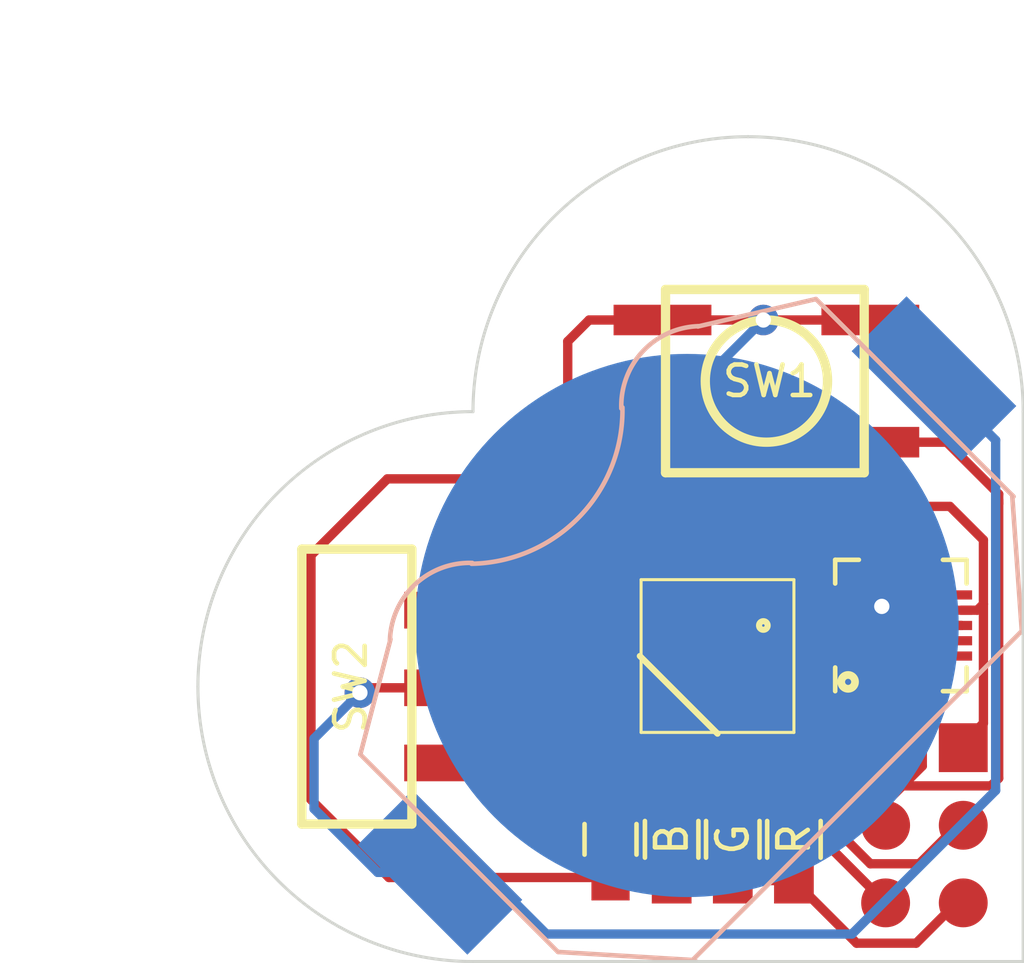
<source format=kicad_pcb>
(kicad_pcb (version 4) (host pcbnew 4.0.4-stable)

  (general
    (links 29)
    (no_connects 0)
    (area 191.769999 76.199999 218.870001 103.300001)
    (thickness 1.6)
    (drawings 9)
    (tracks 119)
    (zones 0)
    (modules 11)
    (nets 13)
  )

  (page USLetter)
  (layers
    (0 F.Cu signal)
    (31 B.Cu signal)
    (34 B.Paste user)
    (35 F.Paste user)
    (36 B.SilkS user)
    (37 F.SilkS user)
    (38 B.Mask user)
    (39 F.Mask user)
    (40 Dwgs.User user hide)
    (44 Edge.Cuts user)
  )

  (setup
    (last_trace_width 0.3048)
    (user_trace_width 0.254)
    (user_trace_width 0.3048)
    (user_trace_width 0.4064)
    (user_trace_width 0.6096)
    (user_trace_width 2.032)
    (trace_clearance 0.1524)
    (zone_clearance 0.508)
    (zone_45_only no)
    (trace_min 0.1524)
    (segment_width 0.254)
    (edge_width 0.1)
    (via_size 0.6858)
    (via_drill 0.3302)
    (via_min_size 0.6858)
    (via_min_drill 0.3302)
    (user_via 1 0.5)
    (uvia_size 0.762)
    (uvia_drill 0.508)
    (uvias_allowed no)
    (uvia_min_size 0.508)
    (uvia_min_drill 0.127)
    (pcb_text_width 0.3)
    (pcb_text_size 1.5 1.5)
    (mod_edge_width 0.15)
    (mod_text_size 1 1)
    (mod_text_width 0.15)
    (pad_size 2 2)
    (pad_drill 2)
    (pad_to_mask_clearance 0)
    (aux_axis_origin 0 0)
    (grid_origin 210.82 95.25)
    (visible_elements 7FFFFFFF)
    (pcbplotparams
      (layerselection 0x010f0_80000001)
      (usegerberextensions true)
      (excludeedgelayer true)
      (linewidth 0.100000)
      (plotframeref false)
      (viasonmask false)
      (mode 1)
      (useauxorigin false)
      (hpglpennumber 1)
      (hpglpenspeed 20)
      (hpglpendiameter 15)
      (hpglpenoverlay 2)
      (psnegative false)
      (psa4output false)
      (plotreference true)
      (plotvalue true)
      (plotinvisibletext false)
      (padsonsilk false)
      (subtractmaskfromsilk false)
      (outputformat 1)
      (mirror false)
      (drillshape 0)
      (scaleselection 1)
      (outputdirectory gerbers/))
  )

  (net 0 "")
  (net 1 GND)
  (net 2 +BATT)
  (net 3 "Net-(D1-Pad5)")
  (net 4 "Net-(D1-Pad6)")
  (net 5 "Net-(D1-Pad3)")
  (net 6 "Net-(BT1-Pad1)")
  (net 7 "Net-(CON1-Pad1)")
  (net 8 "Net-(CON1-Pad3)")
  (net 9 "Net-(CON1-Pad4)")
  (net 10 "Net-(CON1-Pad5)")
  (net 11 "Net-(D1-Pad1)")
  (net 12 "Net-(D1-Pad2)")

  (net_class Default "This is the default net class."
    (clearance 0.1524)
    (trace_width 0.1524)
    (via_dia 0.6858)
    (via_drill 0.3302)
    (uvia_dia 0.762)
    (uvia_drill 0.508)
    (add_net +BATT)
    (add_net GND)
    (add_net "Net-(BT1-Pad1)")
    (add_net "Net-(CON1-Pad1)")
    (add_net "Net-(CON1-Pad3)")
    (add_net "Net-(CON1-Pad4)")
    (add_net "Net-(CON1-Pad5)")
    (add_net "Net-(D1-Pad1)")
    (add_net "Net-(D1-Pad2)")
    (add_net "Net-(D1-Pad3)")
    (add_net "Net-(D1-Pad5)")
    (add_net "Net-(D1-Pad6)")
  )

  (module LED_RGB_QBLP679E (layer F.Cu) (tedit 58615818) (tstamp 56ECCC30)
    (at 208.82 93.25 270)
    (descr "RGB LED PLLC-6")
    (tags "RGB LED PLLC-6")
    (path /56ECDC4D)
    (attr smd)
    (fp_text reference D1 (at 0 -1.4 270) (layer F.SilkS) hide
      (effects (font (size 1 1) (thickness 0.15)))
    )
    (fp_text value LED_RGB (at 0 2 270) (layer F.Fab) hide
      (effects (font (size 0.5 0.5) (thickness 0.125)))
    )
    (fp_line (start 2.54 0) (end 0 2.54) (layer F.SilkS) (width 0.2032))
    (fp_text user QBLP679E (at 0 2.7 270) (layer F.Fab) hide
      (effects (font (size 0.2 0.2) (thickness 0.05)))
    )
    (fp_circle (center -1 -1.5) (end -1.1 -1.6) (layer F.SilkS) (width 0.2))
    (fp_line (start -2.5 -2.5) (end 2.5 -2.5) (layer F.SilkS) (width 0.1))
    (fp_line (start 2.5 -2.5) (end 2.5 2.5) (layer F.SilkS) (width 0.1))
    (fp_line (start 2.5 2.5) (end -2.5 2.5) (layer F.SilkS) (width 0.1))
    (fp_line (start -2.5 2.5) (end -2.5 -2.5) (layer F.SilkS) (width 0.1))
    (pad 4 smd rect (at -2.1 -1.5) (size 1 1.5) (layers F.Cu F.Paste F.Mask)
      (net 9 "Net-(CON1-Pad4)"))
    (pad 5 smd rect (at -2.1 0) (size 1 1.5) (layers F.Cu F.Paste F.Mask)
      (net 3 "Net-(D1-Pad5)"))
    (pad 6 smd rect (at -2.1 1.5) (size 1 1.5) (layers F.Cu F.Paste F.Mask)
      (net 4 "Net-(D1-Pad6)"))
    (pad 1 smd rect (at 2 1.5) (size 1 1.5) (layers F.Cu F.Paste F.Mask)
      (net 11 "Net-(D1-Pad1)"))
    (pad 2 smd rect (at 2 0) (size 1 1.5) (layers F.Cu F.Paste F.Mask)
      (net 12 "Net-(D1-Pad2)"))
    (pad 3 smd rect (at 2 -1.5) (size 1 1.5) (layers F.Cu F.Paste F.Mask)
      (net 5 "Net-(D1-Pad3)"))
  )

  (module SW_SMD_PUSH (layer F.Cu) (tedit 586155F4) (tstamp 586092D3)
    (at 213.82 86.25 180)
    (descr "Through hole pin header")
    (tags "pin header")
    (path /58609F3B)
    (fp_text reference SW1 (at 3.3 2 180) (layer F.SilkS)
      (effects (font (size 1 1) (thickness 0.15)))
    )
    (fp_text value SW_PUSH (at 3 2 180) (layer F.Fab)
      (effects (font (size 1 1) (thickness 0.15)))
    )
    (fp_circle (center 3.4 2) (end 3.4 0) (layer F.SilkS) (width 0.3048))
    (fp_line (start 6.7 5) (end 6.7 -1) (layer F.SilkS) (width 0.3048))
    (fp_line (start 0.2 -1) (end 0.2 5) (layer F.SilkS) (width 0.3048))
    (fp_line (start 0.2 5) (end 6.7 5) (layer F.SilkS) (width 0.3048))
    (fp_line (start 0.2 -1) (end 6.7 -1) (layer F.SilkS) (width 0.3048))
    (fp_line (start -1.75 -1.75) (end -1.75 14.45) (layer F.CrtYd) (width 0.05))
    (fp_line (start 4.3 -1.75) (end 4.3 14.45) (layer F.CrtYd) (width 0.05))
    (fp_line (start -1.75 -1.75) (end 4.3 -1.75) (layer F.CrtYd) (width 0.05))
    (fp_line (start -1.75 14.45) (end 4.3 14.45) (layer F.CrtYd) (width 0.05))
    (pad 2 smd rect (at 6.8 4 180) (size 3.2 1) (layers F.Cu F.Paste F.Mask)
      (net 1 GND))
    (pad 1 smd rect (at 6.8 0 180) (size 3.2 1) (layers F.Cu F.Paste F.Mask)
      (net 8 "Net-(CON1-Pad3)"))
    (pad 1 smd rect (at 0 0 180) (size 3.2 1) (layers F.Cu F.Paste F.Mask)
      (net 8 "Net-(CON1-Pad3)"))
    (pad 2 smd rect (at 0 4 180) (size 3.2 1) (layers F.Cu F.Paste F.Mask)
      (net 1 GND))
  )

  (module myFootPrints:BATT_CR2032_SMD (layer B.Cu) (tedit 56CFB5D2) (tstamp 586093B2)
    (at 207.82 92.25 45)
    (tags battery)
    (path /56CFA61E)
    (fp_text reference BT1 (at 0 -5.08 45) (layer B.SilkS) hide
      (effects (font (size 1.72974 1.08712) (thickness 0.27178)) (justify mirror))
    )
    (fp_text value Battery (at 0 2.54 45) (layer B.SilkS) hide
      (effects (font (size 1.524 1.016) (thickness 0.254)) (justify mirror))
    )
    (fp_line (start -7.1755 -6.5405) (end -10.541 -4.572) (layer B.SilkS) (width 0.15))
    (fp_line (start 7.1755 -6.6675) (end 10.541 -4.572) (layer B.SilkS) (width 0.15))
    (fp_arc (start -5.4229 -4.6355) (end -3.5179 -6.4135) (angle -90) (layer B.SilkS) (width 0.15))
    (fp_arc (start 5.4102 -4.7625) (end 7.1882 -6.6675) (angle -90) (layer B.SilkS) (width 0.15))
    (fp_arc (start -0.0635 -10.033) (end -3.556 -6.4135) (angle -90) (layer B.SilkS) (width 0.15))
    (fp_line (start 7.62 7.874) (end 10.541 4.5085) (layer B.SilkS) (width 0.15))
    (fp_line (start -10.541 4.572) (end -7.5565 7.9375) (layer B.SilkS) (width 0.15))
    (fp_line (start -7.62 7.874) (end 7.62 7.874) (layer B.SilkS) (width 0.15))
    (fp_line (start -10.541 -4.572) (end -10.541 4.572) (layer B.SilkS) (width 0.15))
    (fp_line (start 10.541 -4.572) (end 10.541 4.572) (layer B.SilkS) (width 0.15))
    (fp_circle (center 0 0) (end -10.16 0) (layer Dwgs.User) (width 0.15))
    (pad 2 smd circle (at 0 0 45) (size 17.78 17.78) (layers B.Cu B.Paste B.Mask)
      (net 1 GND))
    (pad 1 smd rect (at -11.43 0 45) (size 2.54 5.08) (layers B.Cu B.Paste B.Mask)
      (net 6 "Net-(BT1-Pad1)"))
    (pad 1 smd rect (at 11.43 0 45) (size 2.54 5.08) (layers B.Cu B.Paste B.Mask)
      (net 6 "Net-(BT1-Pad1)"))
  )

  (module SPST_SMD (layer F.Cu) (tedit 5860A656) (tstamp 586092E3)
    (at 199.82 94.25 270)
    (descr "Through hole pin header")
    (tags "pin header")
    (path /5860A0CD)
    (fp_text reference SW2 (at 0 3 270) (layer F.SilkS)
      (effects (font (size 1 1) (thickness 0.15)))
    )
    (fp_text value SPST (at 0.1 0 270) (layer F.Fab)
      (effects (font (size 1 1) (thickness 0.15)))
    )
    (fp_line (start -4.5 4.6) (end 4.5 4.6) (layer F.SilkS) (width 0.3048))
    (fp_line (start 4.5 1) (end 4.5 4.6) (layer F.SilkS) (width 0.3048))
    (fp_line (start -4.5 1) (end -4.5 4.6) (layer F.SilkS) (width 0.3048))
    (fp_line (start -4.5 1) (end 4.5 1) (layer F.SilkS) (width 0.3048))
    (fp_text user JS102011SAQN (at 0 1.7 270) (layer F.Fab)
      (effects (font (size 0.8 0.8) (thickness 0.1)))
    )
    (fp_line (start -1.75 14.45) (end 4.3 14.45) (layer F.CrtYd) (width 0.05))
    (pad "" np_thru_hole circle (at 3.4 2.75 270) (size 0.9 0.9) (drill 0.9) (layers *.Cu *.Mask))
    (pad 1 smd rect (at -2.5 0 270) (size 1.2 2.5) (layers F.Cu F.Paste F.Mask)
      (net 2 +BATT))
    (pad 2 smd rect (at 0.04 0 270) (size 1.2 2.5) (layers F.Cu F.Paste F.Mask)
      (net 6 "Net-(BT1-Pad1)"))
    (pad 3 smd rect (at 2.5 0 270) (size 1.2 2.5) (layers F.Cu F.Paste F.Mask))
    (pad "" np_thru_hole circle (at -3.4 2.75 270) (size 0.9 0.9) (drill 0.9) (layers *.Cu *.Mask))
  )

  (module Pin_Headers:Pin_Header_Straight_1x01 (layer F.Cu) (tedit 5860ABEB) (tstamp 5860AB5B)
    (at 208.32 78.25)
    (descr "Through hole pin header")
    (tags "pin header")
    (path /5860AE9A)
    (fp_text reference P1 (at -0.6 -0.5) (layer F.SilkS) hide
      (effects (font (size 0.127 0.127) (thickness 0.03175)))
    )
    (fp_text value CONN_01X01 (at 0 0.9) (layer F.Fab)
      (effects (font (size 0.127 0.127) (thickness 0.03175)))
    )
    (pad "" np_thru_hole circle (at 0 0) (size 2 2) (drill 2) (layers *.Cu *.Mask))
  )

  (module myFootPrints:AVR-ISP-6 (layer F.Cu) (tedit 5860A6AE) (tstamp 586092C3)
    (at 214.32 96.25)
    (descr "6-lead dip package, row spacing 7.62 mm (300 mils)")
    (tags "dil dip 2.54 300")
    (path /58609061)
    (fp_text reference CON1 (at 0 -2.54) (layer F.SilkS) hide
      (effects (font (size 1 1) (thickness 0.15)))
    )
    (fp_text value AVR-ISP-6 (at 0 -3.72) (layer F.Fab) hide
      (effects (font (size 1 1) (thickness 0.15)))
    )
    (pad 1 smd oval (at 0 0) (size 1.6 1.6) (layers F.Cu F.Paste F.Mask)
      (net 7 "Net-(CON1-Pad1)"))
    (pad 2 smd rect (at 2.54 0) (size 1.6 1.6) (layers F.Cu F.Paste F.Mask)
      (net 2 +BATT))
    (pad 3 smd oval (at 0 2.54) (size 1.6 1.6) (layers F.Cu F.Paste F.Mask)
      (net 8 "Net-(CON1-Pad3)"))
    (pad 4 smd oval (at 2.54 2.54) (size 1.6 1.6) (layers F.Cu F.Paste F.Mask)
      (net 9 "Net-(CON1-Pad4)"))
    (pad 5 smd oval (at 0 5.08) (size 1.6 1.6) (layers F.Cu F.Paste F.Mask)
      (net 10 "Net-(CON1-Pad5)"))
    (pad 6 smd oval (at 2.54 5.08) (size 1.6 1.6) (layers F.Cu F.Paste F.Mask)
      (net 1 GND))
  )

  (module myFootPrints:QFN-20-1EP_4x4mm_Pitch0.5mm (layer F.Cu) (tedit 58614E75) (tstamp 56ECCED5)
    (at 214.82 92.25 90)
    (descr "20-Lead Plastic Quad Flat, No Lead Package (ML) - 4x4x0.9 mm Body [QFN]; (see Microchip Packaging Specification 00000049BS.pdf)")
    (tags "QFN 0.5")
    (path /56ECF26C)
    (attr smd)
    (fp_text reference IC1 (at 0 0 90) (layer F.SilkS) hide
      (effects (font (size 1 1) (thickness 0.15)))
    )
    (fp_text value ATTINY84A-M (at 0 3.33 90) (layer F.Fab) hide
      (effects (font (size 1 1) (thickness 0.15)))
    )
    (fp_line (start -2.6 -2.6) (end -2.6 2.6) (layer F.CrtYd) (width 0.05))
    (fp_line (start 2.6 -2.6) (end 2.6 2.6) (layer F.CrtYd) (width 0.05))
    (fp_line (start -2.6 -2.6) (end 2.6 -2.6) (layer F.CrtYd) (width 0.05))
    (fp_line (start -2.6 2.6) (end 2.6 2.6) (layer F.CrtYd) (width 0.05))
    (fp_line (start 2.15 -2.15) (end 2.15 -1.375) (layer F.SilkS) (width 0.15))
    (fp_line (start -2.15 2.15) (end -2.15 1.375) (layer F.SilkS) (width 0.15))
    (fp_line (start 2.15 2.15) (end 2.15 1.375) (layer F.SilkS) (width 0.15))
    (fp_line (start -2.15 -2.15) (end -1.375 -2.15) (layer F.SilkS) (width 0.15))
    (fp_line (start -2.15 2.15) (end -1.375 2.15) (layer F.SilkS) (width 0.15))
    (fp_line (start 2.15 2.15) (end 1.375 2.15) (layer F.SilkS) (width 0.15))
    (fp_line (start 2.15 -2.15) (end 1.375 -2.15) (layer F.SilkS) (width 0.15))
    (pad 1 smd rect (at -1.965 -1 90) (size 0.73 0.3) (layers F.Cu F.Paste F.Mask)
      (net 8 "Net-(CON1-Pad3)"))
    (pad 2 smd rect (at -1.965 -0.5 90) (size 0.73 0.3) (layers F.Cu F.Paste F.Mask))
    (pad 3 smd rect (at -1.965 0 90) (size 0.73 0.3) (layers F.Cu F.Paste F.Mask))
    (pad 4 smd rect (at -1.965 0.5 90) (size 0.73 0.3) (layers F.Cu F.Paste F.Mask))
    (pad 5 smd rect (at -1.965 1 90) (size 0.73 0.3) (layers F.Cu F.Paste F.Mask))
    (pad 6 smd rect (at -1 1.965 180) (size 0.73 0.3) (layers F.Cu F.Paste F.Mask))
    (pad 7 smd rect (at -0.5 1.965 180) (size 0.73 0.3) (layers F.Cu F.Paste F.Mask))
    (pad 8 smd rect (at 0 1.965 180) (size 0.73 0.3) (layers F.Cu F.Paste F.Mask)
      (net 1 GND))
    (pad 9 smd rect (at 0.5 1.965 180) (size 0.73 0.3) (layers F.Cu F.Paste F.Mask)
      (net 2 +BATT))
    (pad 10 smd rect (at 1 1.965 180) (size 0.73 0.3) (layers F.Cu F.Paste F.Mask))
    (pad 11 smd rect (at 1.965 1 90) (size 0.73 0.3) (layers F.Cu F.Paste F.Mask))
    (pad 12 smd rect (at 1.965 0.5 90) (size 0.73 0.3) (layers F.Cu F.Paste F.Mask))
    (pad 13 smd rect (at 1.965 0 90) (size 0.73 0.3) (layers F.Cu F.Paste F.Mask)
      (net 10 "Net-(CON1-Pad5)"))
    (pad 14 smd rect (at 1.965 -0.5 90) (size 0.73 0.3) (layers F.Cu F.Paste F.Mask)
      (net 4 "Net-(D1-Pad6)"))
    (pad 15 smd rect (at 1.965 -1 90) (size 0.73 0.3) (layers F.Cu F.Paste F.Mask)
      (net 3 "Net-(D1-Pad5)"))
    (pad 16 smd rect (at 1 -1.965 180) (size 0.73 0.3) (layers F.Cu F.Paste F.Mask)
      (net 9 "Net-(CON1-Pad4)"))
    (pad 17 smd rect (at 0.5 -1.965 180) (size 0.73 0.3) (layers F.Cu F.Paste F.Mask))
    (pad 18 smd rect (at 0 -1.965 180) (size 0.73 0.3) (layers F.Cu F.Paste F.Mask))
    (pad 19 smd rect (at -0.5 -1.965 180) (size 0.73 0.3) (layers F.Cu F.Paste F.Mask))
    (pad 20 smd rect (at -1 -1.965 180) (size 0.73 0.3) (layers F.Cu F.Paste F.Mask)
      (net 7 "Net-(CON1-Pad1)"))
    (pad 8 smd rect (at 0.625 0.625 90) (size 1.25 1.25) (layers F.Cu F.Paste F.Mask)
      (net 1 GND) (solder_paste_margin_ratio -0.2))
    (pad 8 smd rect (at 0.625 -0.625 90) (size 1.25 1.25) (layers F.Cu F.Paste F.Mask)
      (net 1 GND) (solder_paste_margin_ratio -0.2))
    (pad 8 smd rect (at -0.625 0.625 90) (size 1.25 1.25) (layers F.Cu F.Paste F.Mask)
      (net 1 GND) (solder_paste_margin_ratio -0.2))
    (pad 8 smd rect (at -0.625 -0.625 90) (size 1.25 1.25) (layers F.Cu F.Paste F.Mask)
      (net 1 GND) (solder_paste_margin_ratio -0.2))
    (model Housings_DFN_QFN.3dshapes/QFN-20-1EP_4x4mm_Pitch0.5mm.wrl
      (at (xyz 0 0 0))
      (scale (xyz 1 1 1))
      (rotate (xyz 0 0 0))
    )
  )

  (module Capacitors_SMD:C_0805_HandSoldering (layer F.Cu) (tedit 5860AD66) (tstamp 586093B8)
    (at 205.32 99.25 270)
    (descr "Capacitor SMD 0805, hand soldering")
    (tags "capacitor 0805")
    (path /553FDF53)
    (attr smd)
    (fp_text reference C1 (at 2 1 270) (layer F.SilkS) hide
      (effects (font (size 1 1) (thickness 0.15)))
    )
    (fp_text value "0.1 uF" (at 0 2.1 270) (layer F.Fab)
      (effects (font (size 1 1) (thickness 0.15)))
    )
    (fp_line (start -2.3 -1) (end 2.3 -1) (layer F.CrtYd) (width 0.05))
    (fp_line (start -2.3 1) (end 2.3 1) (layer F.CrtYd) (width 0.05))
    (fp_line (start -2.3 -1) (end -2.3 1) (layer F.CrtYd) (width 0.05))
    (fp_line (start 2.3 -1) (end 2.3 1) (layer F.CrtYd) (width 0.05))
    (fp_line (start 0.5 -0.85) (end -0.5 -0.85) (layer F.SilkS) (width 0.15))
    (fp_line (start -0.5 0.85) (end 0.5 0.85) (layer F.SilkS) (width 0.15))
    (pad 1 smd rect (at -1.25 0 270) (size 1.5 1.25) (layers F.Cu F.Paste F.Mask)
      (net 2 +BATT))
    (pad 2 smd rect (at 1.25 0 270) (size 1.5 1.25) (layers F.Cu F.Paste F.Mask)
      (net 1 GND))
    (model Capacitors_SMD.3dshapes/C_0805_HandSoldering.wrl
      (at (xyz 0 0 0))
      (scale (xyz 1 1 1))
      (rotate (xyz 0 0 0))
    )
  )

  (module Resistors_SMD:R_0805_HandSoldering (layer F.Cu) (tedit 5860BD7A) (tstamp 586093BD)
    (at 211.32 99.25 270)
    (descr "Resistor SMD 0805, hand soldering")
    (tags "resistor 0805")
    (path /56CEB2B5)
    (attr smd)
    (fp_text reference R1 (at -2 0 270) (layer F.SilkS) hide
      (effects (font (size 1 1) (thickness 0.15)))
    )
    (fp_text value R (at 0 0 270) (layer F.SilkS)
      (effects (font (size 1 1) (thickness 0.15)))
    )
    (fp_line (start -2.4 -1) (end 2.4 -1) (layer F.CrtYd) (width 0.05))
    (fp_line (start -2.4 1) (end 2.4 1) (layer F.CrtYd) (width 0.05))
    (fp_line (start -2.4 -1) (end -2.4 1) (layer F.CrtYd) (width 0.05))
    (fp_line (start 2.4 -1) (end 2.4 1) (layer F.CrtYd) (width 0.05))
    (fp_line (start 0.6 0.875) (end -0.6 0.875) (layer F.SilkS) (width 0.15))
    (fp_line (start -0.6 -0.875) (end 0.6 -0.875) (layer F.SilkS) (width 0.15))
    (pad 1 smd rect (at -1.35 0 270) (size 1.5 1.3) (layers F.Cu F.Paste F.Mask)
      (net 5 "Net-(D1-Pad3)"))
    (pad 2 smd rect (at 1.35 0 270) (size 1.5 1.3) (layers F.Cu F.Paste F.Mask)
      (net 1 GND))
    (model Resistors_SMD.3dshapes/R_0805_HandSoldering.wrl
      (at (xyz 0 0 0))
      (scale (xyz 1 1 1))
      (rotate (xyz 0 0 0))
    )
  )

  (module Resistors_SMD:R_0805_HandSoldering (layer F.Cu) (tedit 5860BD6E) (tstamp 586093C2)
    (at 209.32 99.25 270)
    (descr "Resistor SMD 0805, hand soldering")
    (tags "resistor 0805")
    (path /56DBEF6A)
    (attr smd)
    (fp_text reference R2 (at 2 0 270) (layer F.SilkS) hide
      (effects (font (size 1 1) (thickness 0.15)))
    )
    (fp_text value G (at 0 0 270) (layer F.SilkS)
      (effects (font (size 1 1) (thickness 0.15)))
    )
    (fp_line (start -2.4 -1) (end 2.4 -1) (layer F.CrtYd) (width 0.05))
    (fp_line (start -2.4 1) (end 2.4 1) (layer F.CrtYd) (width 0.05))
    (fp_line (start -2.4 -1) (end -2.4 1) (layer F.CrtYd) (width 0.05))
    (fp_line (start 2.4 -1) (end 2.4 1) (layer F.CrtYd) (width 0.05))
    (fp_line (start 0.6 0.875) (end -0.6 0.875) (layer F.SilkS) (width 0.15))
    (fp_line (start -0.6 -0.875) (end 0.6 -0.875) (layer F.SilkS) (width 0.15))
    (pad 1 smd rect (at -1.35 0 270) (size 1.5 1.3) (layers F.Cu F.Paste F.Mask)
      (net 12 "Net-(D1-Pad2)"))
    (pad 2 smd rect (at 1.35 0 270) (size 1.5 1.3) (layers F.Cu F.Paste F.Mask)
      (net 1 GND))
    (model Resistors_SMD.3dshapes/R_0805_HandSoldering.wrl
      (at (xyz 0 0 0))
      (scale (xyz 1 1 1))
      (rotate (xyz 0 0 0))
    )
  )

  (module Resistors_SMD:R_0805_HandSoldering (layer F.Cu) (tedit 5860BD5F) (tstamp 586093C7)
    (at 207.32 99.25 270)
    (descr "Resistor SMD 0805, hand soldering")
    (tags "resistor 0805")
    (path /56DBEFE7)
    (attr smd)
    (fp_text reference R3 (at 2 0 270) (layer F.SilkS) hide
      (effects (font (size 1 1) (thickness 0.15)))
    )
    (fp_text value B (at 0 0 270) (layer F.SilkS)
      (effects (font (size 1 1) (thickness 0.15)))
    )
    (fp_line (start -2.4 -1) (end 2.4 -1) (layer F.CrtYd) (width 0.05))
    (fp_line (start -2.4 1) (end 2.4 1) (layer F.CrtYd) (width 0.05))
    (fp_line (start -2.4 -1) (end -2.4 1) (layer F.CrtYd) (width 0.05))
    (fp_line (start 2.4 -1) (end 2.4 1) (layer F.CrtYd) (width 0.05))
    (fp_line (start 0.6 0.875) (end -0.6 0.875) (layer F.SilkS) (width 0.15))
    (fp_line (start -0.6 -0.875) (end 0.6 -0.875) (layer F.SilkS) (width 0.15))
    (pad 1 smd rect (at -1.35 0 270) (size 1.5 1.3) (layers F.Cu F.Paste F.Mask)
      (net 11 "Net-(D1-Pad1)"))
    (pad 2 smd rect (at 1.35 0 270) (size 1.5 1.3) (layers F.Cu F.Paste F.Mask)
      (net 1 GND))
    (model Resistors_SMD.3dshapes/R_0805_HandSoldering.wrl
      (at (xyz 0 0 0))
      (scale (xyz 1 1 1))
      (rotate (xyz 0 0 0))
    )
  )

  (gr_circle (center 213.093 94.096) (end 213.193 94.096) (layer F.SilkS) (width 0.254))
  (gr_circle (center 207.82 92.25) (end 197.82 90.25) (layer Dwgs.User) (width 0.254))
  (gr_line (start 200.82 103.25) (end 218.82 103.25) (angle 90) (layer Edge.Cuts) (width 0.1))
  (gr_arc (start 200.82 94.25) (end 200.82 103.25) (angle 90) (layer Edge.Cuts) (width 0.1))
  (gr_arc (start 200.82 94.25) (end 191.82 94.25) (angle 90) (layer Edge.Cuts) (width 0.1))
  (gr_arc (start 209.82 85.25) (end 200.82 85.25) (angle 90) (layer Edge.Cuts) (width 0.1))
  (gr_arc (start 209.82 85.25) (end 209.82 76.25) (angle 90) (layer Edge.Cuts) (width 0.1))
  (gr_line (start 218.82 103.25) (end 218.82 85.25) (angle 90) (layer Edge.Cuts) (width 0.1))
  (gr_line (start 202.32 86.75) (end 219.82 104.25) (angle 90) (layer Dwgs.User) (width 0.1))

  (segment (start 207.02 82.25) (end 210.32 82.25) (width 0.3048) (layer F.Cu) (net 1))
  (segment (start 207.82 92.25) (end 207.82 84.75) (width 0.3048) (layer B.Cu) (net 1))
  (segment (start 207.82 84.75) (end 210.32 82.25) (width 0.3048) (layer B.Cu) (net 1) (tstamp 5861573A))
  (via (at 210.32 82.25) (size 1) (drill 0.5) (layers F.Cu B.Cu) (net 1))
  (segment (start 210.32 82.25) (end 213.82 82.25) (width 0.3048) (layer F.Cu) (net 1) (tstamp 5861574A))
  (segment (start 202.72 87.45) (end 203.02 87.45) (width 0.3048) (layer F.Cu) (net 1))
  (segment (start 204.62 82.25) (end 207.02 82.25) (width 0.3048) (layer F.Cu) (net 1) (tstamp 58615718))
  (segment (start 203.92 82.95) (end 204.62 82.25) (width 0.3048) (layer F.Cu) (net 1) (tstamp 58615717))
  (segment (start 203.92 86.55) (end 203.92 82.95) (width 0.3048) (layer F.Cu) (net 1) (tstamp 58615716))
  (segment (start 203.02 87.45) (end 203.92 86.55) (width 0.3048) (layer F.Cu) (net 1) (tstamp 58615711))
  (segment (start 205.32 100.5) (end 198.07 100.5) (width 0.3048) (layer F.Cu) (net 1))
  (segment (start 198.02 87.45) (end 202.72 87.45) (width 0.3048) (layer F.Cu) (net 1) (tstamp 5861540A))
  (segment (start 202.72 87.45) (end 202.82 87.45) (width 0.3048) (layer F.Cu) (net 1) (tstamp 5861570F))
  (segment (start 195.52 89.95) (end 198.02 87.45) (width 0.3048) (layer F.Cu) (net 1) (tstamp 58615408))
  (segment (start 195.52 97.95) (end 195.52 89.95) (width 0.3048) (layer F.Cu) (net 1) (tstamp 58615405))
  (segment (start 198.07 100.5) (end 195.52 97.95) (width 0.3048) (layer F.Cu) (net 1) (tstamp 586153FC))
  (segment (start 216.785 92.25) (end 214.82 92.25) (width 0.3048) (layer F.Cu) (net 1))
  (segment (start 214.82 92.25) (end 214.195 91.625) (width 0.3048) (layer F.Cu) (net 1) (tstamp 58615367))
  (via (at 214.195 91.625) (size 1) (drill 0.5) (layers F.Cu B.Cu) (net 1))
  (segment (start 216.785 92.25) (end 216.07 92.25) (width 0.3048) (layer F.Cu) (net 1))
  (segment (start 207.32 100.6) (end 205.42 100.6) (width 0.3048) (layer F.Cu) (net 1))
  (segment (start 205.42 100.6) (end 205.32 100.5) (width 0.3048) (layer F.Cu) (net 1) (tstamp 5860C586))
  (segment (start 214.82 92.25) (end 214.195 91.625) (width 0.3048) (layer F.Cu) (net 1) (tstamp 5860C0BA) (status 30))
  (segment (start 209.32 100.6) (end 207.32 100.6) (width 0.3048) (layer F.Cu) (net 1))
  (segment (start 211.32 100.6) (end 209.32 100.6) (width 0.3048) (layer F.Cu) (net 1))
  (segment (start 216.86 101.33) (end 216.64 101.33) (width 0.3048) (layer F.Cu) (net 1))
  (segment (start 216.64 101.33) (end 215.32 102.65) (width 0.3048) (layer F.Cu) (net 1) (tstamp 5860C0A5))
  (segment (start 215.32 102.65) (end 213.37 102.65) (width 0.3048) (layer F.Cu) (net 1) (tstamp 5860C0A6))
  (segment (start 213.37 102.65) (end 211.32 100.6) (width 0.3048) (layer F.Cu) (net 1) (tstamp 5860C0A9))
  (segment (start 205.32 98) (end 204.47 98) (width 0.3048) (layer F.Cu) (net 2))
  (segment (start 203.12 91.75) (end 199.82 91.75) (width 0.3048) (layer F.Cu) (net 2) (tstamp 586153E9))
  (segment (start 203.92 92.55) (end 203.12 91.75) (width 0.3048) (layer F.Cu) (net 2) (tstamp 586153E6))
  (segment (start 203.92 97.45) (end 203.92 92.55) (width 0.3048) (layer F.Cu) (net 2) (tstamp 586153E5))
  (segment (start 204.47 98) (end 203.92 97.45) (width 0.3048) (layer F.Cu) (net 2) (tstamp 586153E1))
  (segment (start 216.42 88.35) (end 205.82 88.35) (width 0.3048) (layer F.Cu) (net 2))
  (segment (start 216.42 88.35) (end 217.52 89.45) (width 0.3048) (layer F.Cu) (net 2) (tstamp 5860C42A))
  (segment (start 217.52 91.55) (end 217.52 89.45) (width 0.3048) (layer F.Cu) (net 2) (tstamp 5860C430))
  (segment (start 205.32 96.85) (end 205.32 98) (width 0.3048) (layer F.Cu) (net 2) (tstamp 586153DD))
  (segment (start 204.82 96.35) (end 205.32 96.85) (width 0.3048) (layer F.Cu) (net 2) (tstamp 586153DC))
  (segment (start 204.82 89.35) (end 204.82 96.35) (width 0.3048) (layer F.Cu) (net 2) (tstamp 586153D9))
  (segment (start 205.82 88.35) (end 204.82 89.35) (width 0.3048) (layer F.Cu) (net 2) (tstamp 586153D1))
  (segment (start 217.52 95.45) (end 217.52 91.55) (width 0.3048) (layer F.Cu) (net 2) (tstamp 5860C449))
  (segment (start 216.86 96.25) (end 216.86 96.11) (width 0.3048) (layer F.Cu) (net 2))
  (segment (start 216.86 96.11) (end 217.52 95.45) (width 0.3048) (layer F.Cu) (net 2) (tstamp 5860C446))
  (segment (start 217.32 91.75) (end 216.785 91.75) (width 0.3048) (layer F.Cu) (net 2) (tstamp 5860C437))
  (segment (start 217.52 91.55) (end 217.32 91.75) (width 0.3048) (layer F.Cu) (net 2) (tstamp 5860C435))
  (segment (start 213.82 90.285) (end 213.82 90.05) (width 0.3048) (layer F.Cu) (net 3))
  (segment (start 213.82 90.05) (end 213.577202 89.807202) (width 0.3048) (layer F.Cu) (net 3) (tstamp 5860C3E8))
  (segment (start 208.82 90.05) (end 208.82 91.15) (width 0.3048) (layer F.Cu) (net 3) (tstamp 5860C247))
  (segment (start 209.062798 89.807202) (end 208.82 90.05) (width 0.3048) (layer F.Cu) (net 3) (tstamp 5860C245))
  (segment (start 213.577202 89.807202) (end 209.062798 89.807202) (width 0.3048) (layer F.Cu) (net 3) (tstamp 5860C3EC))
  (segment (start 214.32 90.285) (end 214.32 89.75) (width 0.3048) (layer F.Cu) (net 4))
  (segment (start 208.52 89.35) (end 207.72 89.35) (width 0.3048) (layer F.Cu) (net 4) (tstamp 5860C228))
  (segment (start 207.72 89.35) (end 207.42 89.65) (width 0.3048) (layer F.Cu) (net 4) (tstamp 5860C22C))
  (segment (start 207.42 89.65) (end 207.42 91.05) (width 0.3048) (layer F.Cu) (net 4) (tstamp 5860C22F))
  (segment (start 213.92 89.35) (end 208.52 89.35) (width 0.3048) (layer F.Cu) (net 4) (tstamp 5860C3F5))
  (segment (start 214.32 89.75) (end 213.92 89.35) (width 0.3048) (layer F.Cu) (net 4) (tstamp 5860C3F3))
  (segment (start 207.42 91.05) (end 207.32 91.15) (width 0.3048) (layer F.Cu) (net 4) (tstamp 5860C230))
  (segment (start 210.32 95.25) (end 211.32 96.25) (width 0.3048) (layer F.Cu) (net 5))
  (segment (start 211.32 96.25) (end 211.32 97.9) (width 0.3048) (layer F.Cu) (net 5) (tstamp 5860BFE5))
  (segment (start 199.737769 100.332231) (end 201.202231 100.332231) (width 0.3048) (layer B.Cu) (net 6))
  (segment (start 201.202231 100.332231) (end 203.22 102.35) (width 0.3048) (layer B.Cu) (net 6) (tstamp 58615564))
  (segment (start 217.92 86.185538) (end 215.902231 84.167769) (width 0.3048) (layer B.Cu) (net 6) (tstamp 58615576))
  (segment (start 217.92 97.65) (end 217.92 86.185538) (width 0.3048) (layer B.Cu) (net 6) (tstamp 58615570))
  (segment (start 213.22 102.35) (end 217.92 97.65) (width 0.3048) (layer B.Cu) (net 6) (tstamp 5861556E))
  (segment (start 203.22 102.35) (end 213.22 102.35) (width 0.3048) (layer B.Cu) (net 6) (tstamp 5861556A))
  (segment (start 199.82 94.29) (end 197.28 94.29) (width 0.3048) (layer F.Cu) (net 6))
  (segment (start 197.702231 100.332231) (end 199.737769 100.332231) (width 0.3048) (layer B.Cu) (net 6) (tstamp 5861554F))
  (segment (start 195.62 98.25) (end 197.702231 100.332231) (width 0.3048) (layer B.Cu) (net 6) (tstamp 5861554D))
  (segment (start 195.62 95.95) (end 195.62 98.25) (width 0.3048) (layer B.Cu) (net 6) (tstamp 5861553F))
  (segment (start 197.12 94.45) (end 195.62 95.95) (width 0.3048) (layer B.Cu) (net 6) (tstamp 5861553E))
  (via (at 197.12 94.45) (size 1) (drill 0.5) (layers F.Cu B.Cu) (net 6))
  (segment (start 197.28 94.29) (end 197.12 94.45) (width 0.3048) (layer F.Cu) (net 6) (tstamp 58615529))
  (segment (start 214.32 96.25) (end 214.32 96.103418) (width 0.3048) (layer F.Cu) (net 7))
  (segment (start 214.32 96.103418) (end 212.32 94.103418) (width 0.3048) (layer F.Cu) (net 7) (tstamp 5860C470))
  (segment (start 212.32 94.103418) (end 212.32 93.785) (width 0.3048) (layer F.Cu) (net 7) (tstamp 5860C473))
  (segment (start 212.32 93.785) (end 212.855 93.25) (width 0.3048) (layer F.Cu) (net 7) (tstamp 5860C474))
  (segment (start 213.82 86.25) (end 207.02 86.25) (width 0.3048) (layer F.Cu) (net 8))
  (segment (start 218.02 88.25) (end 218.02 87.95) (width 0.3048) (layer F.Cu) (net 8))
  (segment (start 216.32 86.25) (end 213.82 86.25) (width 0.3048) (layer F.Cu) (net 8) (tstamp 586157A8))
  (segment (start 218.02 87.95) (end 216.32 86.25) (width 0.3048) (layer F.Cu) (net 8) (tstamp 586157A6))
  (segment (start 218.02 97.25) (end 218.02 88.25) (width 0.3048) (layer F.Cu) (net 8) (tstamp 5860C4AD))
  (segment (start 218.02 88.25) (end 218.02 88.15) (width 0.3048) (layer F.Cu) (net 8) (tstamp 586157A4))
  (segment (start 214.87 97.5) (end 217.77 97.5) (width 0.3048) (layer F.Cu) (net 8))
  (segment (start 217.77 97.5) (end 218.02 97.25) (width 0.3048) (layer F.Cu) (net 8) (tstamp 5860C4AC))
  (segment (start 214.32 98.79) (end 214.32 98.05) (width 0.3048) (layer F.Cu) (net 8))
  (segment (start 214.32 98.05) (end 214.87 97.5) (width 0.3048) (layer F.Cu) (net 8) (tstamp 5860C47B))
  (segment (start 214.87 97.5) (end 215.52 96.85) (width 0.3048) (layer F.Cu) (net 8) (tstamp 5860C4AA))
  (segment (start 213.82 94.85) (end 213.82 94.215) (width 0.3048) (layer F.Cu) (net 8) (tstamp 5860C486))
  (segment (start 214.02 95.05) (end 213.82 94.85) (width 0.3048) (layer F.Cu) (net 8) (tstamp 5860C485))
  (segment (start 214.72 95.05) (end 214.02 95.05) (width 0.3048) (layer F.Cu) (net 8) (tstamp 5860C481))
  (segment (start 215.52 95.85) (end 214.72 95.05) (width 0.3048) (layer F.Cu) (net 8) (tstamp 5860C47F))
  (segment (start 215.52 96.85) (end 215.52 95.85) (width 0.3048) (layer F.Cu) (net 8) (tstamp 5860C47D))
  (segment (start 214.32 98.79) (end 214.48 98.79) (width 0.3048) (layer F.Cu) (net 8))
  (segment (start 212.52 98.75) (end 212.52 94.95) (width 0.3048) (layer F.Cu) (net 9))
  (segment (start 213.82 100.05) (end 212.52 98.75) (width 0.3048) (layer F.Cu) (net 9) (tstamp 5860C014))
  (segment (start 215.42 100.05) (end 213.82 100.05) (width 0.3048) (layer F.Cu) (net 9) (tstamp 5860C012))
  (segment (start 216.68 98.79) (end 215.42 100.05) (width 0.3048) (layer F.Cu) (net 9) (tstamp 5860C00F))
  (segment (start 210.32 92.75) (end 210.32 91.15) (width 0.3048) (layer F.Cu) (net 9) (tstamp 5860C45C))
  (segment (start 212.52 94.95) (end 210.32 92.75) (width 0.3048) (layer F.Cu) (net 9) (tstamp 5860C456))
  (segment (start 212.855 91.25) (end 210.42 91.25) (width 0.3048) (layer F.Cu) (net 9))
  (segment (start 210.42 91.25) (end 210.32 91.15) (width 0.3048) (layer F.Cu) (net 9) (tstamp 5860C3DF))
  (segment (start 216.86 98.79) (end 216.68 98.79) (width 0.3048) (layer F.Cu) (net 9))
  (segment (start 205.62 90.05) (end 205.62 95.85) (width 0.3048) (layer F.Cu) (net 10))
  (segment (start 214.32 101.33) (end 212.24 99.25) (width 0.3048) (layer F.Cu) (net 10) (tstamp 5860C09E))
  (segment (start 206.42 88.85) (end 214.22 88.85) (width 0.3048) (layer F.Cu) (net 10))
  (segment (start 214.82 89.45) (end 214.82 90.285) (width 0.3048) (layer F.Cu) (net 10) (tstamp 5860C401))
  (segment (start 214.22 88.85) (end 214.82 89.45) (width 0.3048) (layer F.Cu) (net 10) (tstamp 5860C3FC))
  (segment (start 205.62 89.65) (end 205.62 90.05) (width 0.3048) (layer F.Cu) (net 10) (tstamp 5860C25B))
  (segment (start 206.42 88.85) (end 205.62 89.65) (width 0.3048) (layer F.Cu) (net 10) (tstamp 5860C257))
  (segment (start 206.62 99.25) (end 212.24 99.25) (width 0.3048) (layer F.Cu) (net 10) (tstamp 5860C579))
  (segment (start 206.32 98.95) (end 206.62 99.25) (width 0.3048) (layer F.Cu) (net 10) (tstamp 5860C578))
  (segment (start 206.32 96.55) (end 206.32 98.95) (width 0.3048) (layer F.Cu) (net 10) (tstamp 5860C574))
  (segment (start 205.62 95.85) (end 206.32 96.55) (width 0.3048) (layer F.Cu) (net 10) (tstamp 5860C56F))
  (segment (start 214.32 101.33) (end 214.32 101.35) (width 0.3048) (layer F.Cu) (net 10))
  (segment (start 214.777202 90.285) (end 214.82 90.285) (width 0.3048) (layer F.Cu) (net 10) (tstamp 5860C03A) (status 30))
  (segment (start 207.32 95.25) (end 207.32 97.9) (width 0.3048) (layer F.Cu) (net 11))
  (segment (start 208.82 95.25) (end 208.82 97.4) (width 0.3048) (layer F.Cu) (net 12))
  (segment (start 208.82 97.4) (end 209.32 97.9) (width 0.3048) (layer F.Cu) (net 12) (tstamp 5860BFE2))

)

</source>
